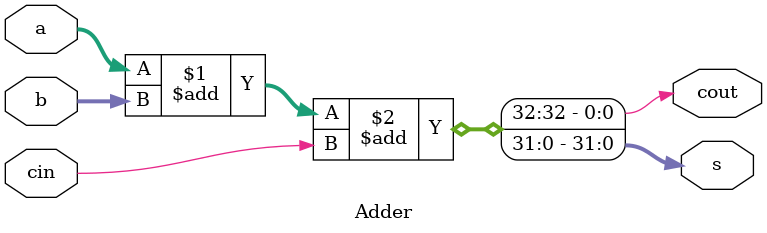
<source format=sv>
module Adder
    #(parameter N = 32)
    (
    input logic [N - 1:0] a, b,
    input logic cin,
    output logic [N - 1:0] s,
    output logic cout
    );

    assign {cout, s} = a + b + cin;
endmodule

</source>
